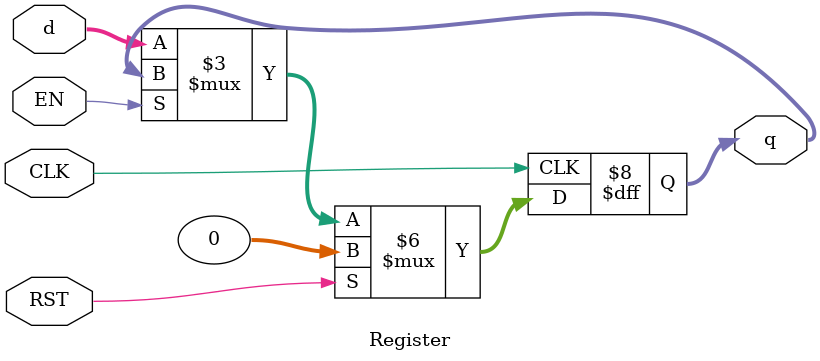
<source format=v>
module Register#(parameter DWIDTH = 32)(
    output reg [DWIDTH - 1:0] q,
    input [DWIDTH - 1:0] d,
    input CLK, RST, EN
  );

  always@(posedge CLK)
  begin
    if(RST) 			// Active high Reset
      q <= 0;
    else if(!EN)		// Active low Enable
      q <= d;
  end

endmodule

</source>
